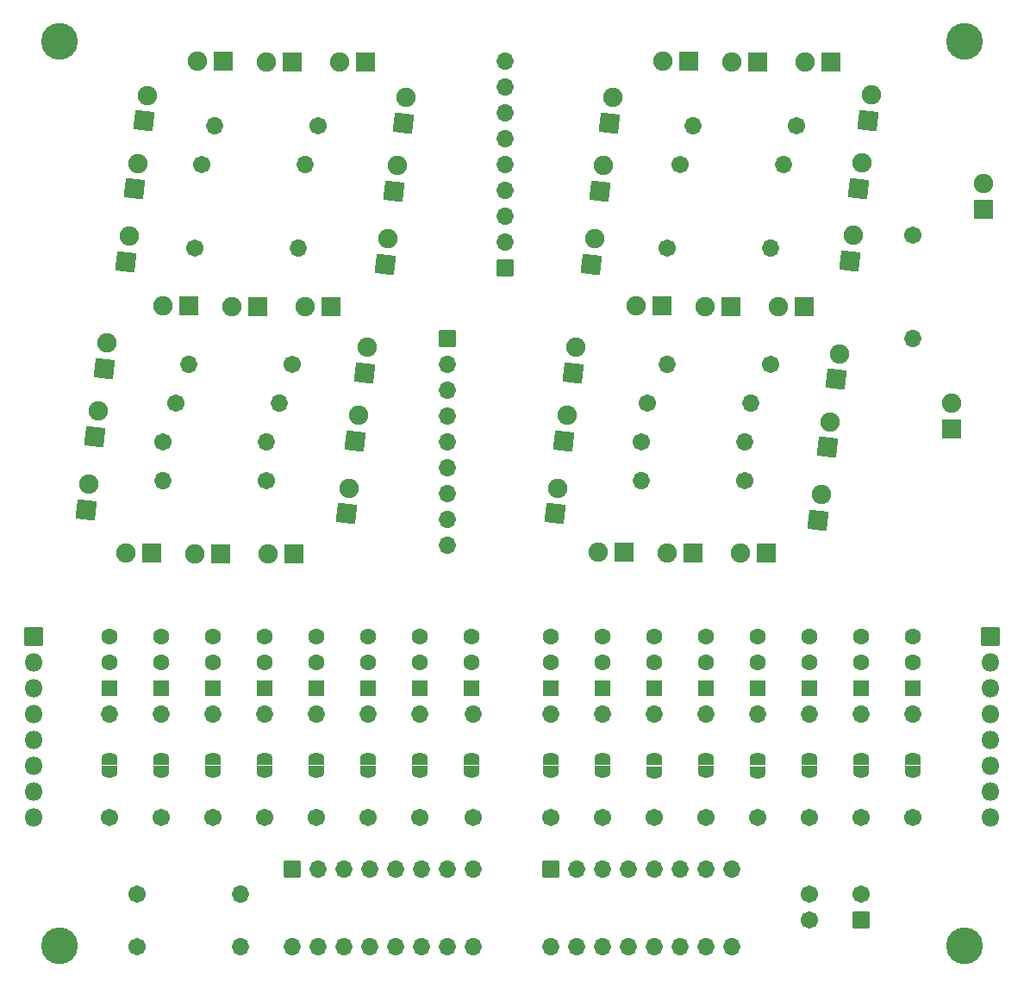
<source format=gts>
G04 #@! TF.GenerationSoftware,KiCad,Pcbnew,7.0.9*
G04 #@! TF.CreationDate,2024-02-26T12:30:47+11:00*
G04 #@! TF.ProjectId,7segment,37736567-6d65-46e7-942e-6b696361645f,rev?*
G04 #@! TF.SameCoordinates,PX292dfe0PY1d11680*
G04 #@! TF.FileFunction,Soldermask,Top*
G04 #@! TF.FilePolarity,Negative*
%FSLAX46Y46*%
G04 Gerber Fmt 4.6, Leading zero omitted, Abs format (unit mm)*
G04 Created by KiCad (PCBNEW 7.0.9) date 2024-02-26 12:30:47*
%MOMM*%
%LPD*%
G01*
G04 APERTURE LIST*
G04 Aperture macros list*
%AMRoundRect*
0 Rectangle with rounded corners*
0 $1 Rounding radius*
0 $2 $3 $4 $5 $6 $7 $8 $9 X,Y pos of 4 corners*
0 Add a 4 corners polygon primitive as box body*
4,1,4,$2,$3,$4,$5,$6,$7,$8,$9,$2,$3,0*
0 Add four circle primitives for the rounded corners*
1,1,$1+$1,$2,$3*
1,1,$1+$1,$4,$5*
1,1,$1+$1,$6,$7*
1,1,$1+$1,$8,$9*
0 Add four rect primitives between the rounded corners*
20,1,$1+$1,$2,$3,$4,$5,0*
20,1,$1+$1,$4,$5,$6,$7,0*
20,1,$1+$1,$6,$7,$8,$9,0*
20,1,$1+$1,$8,$9,$2,$3,0*%
%AMFreePoly0*
4,1,35,0.536062,0.786062,0.551000,0.750000,0.551000,-0.750000,0.536062,-0.786062,0.500000,-0.801000,0.000000,-0.801000,-0.012285,-0.795911,-0.071157,-0.795911,-0.085525,-0.793845,-0.222076,-0.753750,-0.235281,-0.747720,-0.355003,-0.670779,-0.365973,-0.661273,-0.459170,-0.553718,-0.467018,-0.541506,-0.526137,-0.412052,-0.530227,-0.398124,-0.550481,-0.257258,-0.551000,-0.250000,-0.551000,0.250000,
-0.550481,0.257258,-0.530227,0.398124,-0.526137,0.412052,-0.467018,0.541506,-0.459170,0.553718,-0.365973,0.661273,-0.355003,0.670779,-0.235281,0.747720,-0.222076,0.753750,-0.085525,0.793845,-0.071157,0.795911,-0.012285,0.795911,0.000000,0.801000,0.500000,0.801000,0.536062,0.786062,0.536062,0.786062,$1*%
%AMFreePoly1*
4,1,35,0.012285,0.795911,0.071157,0.795911,0.085525,0.793845,0.222076,0.753750,0.235281,0.747720,0.355003,0.670779,0.365973,0.661273,0.459170,0.553718,0.467018,0.541506,0.526137,0.412052,0.530227,0.398124,0.550481,0.257258,0.551000,0.250000,0.551000,-0.250000,0.550481,-0.257258,0.530227,-0.398124,0.526137,-0.412052,0.467018,-0.541506,0.459170,-0.553718,0.365973,-0.661273,
0.355003,-0.670779,0.235281,-0.747720,0.222076,-0.753750,0.085525,-0.793845,0.071157,-0.795911,0.012285,-0.795911,0.000000,-0.801000,-0.500000,-0.801000,-0.536062,-0.786062,-0.551000,-0.750000,-0.551000,0.750000,-0.536062,0.786062,-0.500000,0.801000,0.000000,0.801000,0.012285,0.795911,0.012285,0.795911,$1*%
G04 Aperture macros list end*
%ADD10C,3.602000*%
%ADD11FreePoly0,90.000000*%
%ADD12FreePoly1,90.000000*%
%ADD13RoundRect,0.051000X0.900000X0.900000X-0.900000X0.900000X-0.900000X-0.900000X0.900000X-0.900000X0*%
%ADD14C,1.902000*%
%ADD15RoundRect,0.051000X0.783609X-1.002974X1.002974X0.783609X-0.783609X1.002974X-1.002974X-0.783609X0*%
%ADD16RoundRect,0.051000X0.900000X-0.900000X0.900000X0.900000X-0.900000X0.900000X-0.900000X-0.900000X0*%
%ADD17C,1.702000*%
%ADD18O,1.702000X1.702000*%
%ADD19RoundRect,0.051000X0.750000X-0.750000X0.750000X0.750000X-0.750000X0.750000X-0.750000X-0.750000X0*%
%ADD20C,1.602000*%
%ADD21RoundRect,0.051000X-0.800000X0.800000X-0.800000X-0.800000X0.800000X-0.800000X0.800000X0.800000X0*%
%ADD22RoundRect,0.051000X0.800000X-0.800000X0.800000X0.800000X-0.800000X0.800000X-0.800000X-0.800000X0*%
%ADD23RoundRect,0.051000X0.850000X0.850000X-0.850000X0.850000X-0.850000X-0.850000X0.850000X-0.850000X0*%
%ADD24O,1.802000X1.802000*%
G04 APERTURE END LIST*
D10*
X0Y-88900000D03*
X0Y0D03*
X88900000Y-88900000D03*
X88900000Y0D03*
D11*
X15050000Y-71795000D03*
D12*
X15050000Y-70495000D03*
D11*
X25210000Y-71795000D03*
D12*
X25210000Y-70495000D03*
D11*
X78740000Y-71795000D03*
D12*
X78740000Y-70495000D03*
D11*
X35370000Y-71795000D03*
D12*
X35370000Y-70495000D03*
D13*
X30069002Y-2025000D03*
D14*
X13559002Y-1950000D03*
X27529002Y-2025000D03*
D13*
X22859998Y-2025000D03*
D14*
X20319998Y-2025000D03*
D13*
X16099002Y-1950000D03*
D15*
X2610375Y-45992085D03*
D14*
X4696879Y-29614289D03*
X2919923Y-43471018D03*
D15*
X3488932Y-38836816D03*
D14*
X3798480Y-36315749D03*
D15*
X4387331Y-32135356D03*
D11*
X58420000Y-71820000D03*
D12*
X58420000Y-70520000D03*
D13*
X75789002Y-2025000D03*
D14*
X59279002Y-1950000D03*
X73249002Y-2025000D03*
D13*
X68579998Y-2025000D03*
D14*
X66039998Y-2025000D03*
D13*
X61819002Y-1950000D03*
D11*
X20130000Y-71795000D03*
D12*
X20130000Y-70495000D03*
D16*
X90805000Y-16510000D03*
D14*
X90805000Y-13970000D03*
D16*
X87630000Y-38100000D03*
D14*
X87630000Y-35560000D03*
D13*
X23027002Y-50360000D03*
D14*
X6517002Y-50285000D03*
X20487002Y-50360000D03*
D13*
X15817998Y-50360000D03*
D14*
X13277998Y-50360000D03*
D13*
X9057002Y-50285000D03*
D11*
X83820000Y-71795000D03*
D12*
X83820000Y-70495000D03*
D15*
X28184175Y-46403085D03*
D14*
X30270679Y-30025289D03*
X28493723Y-43882018D03*
D15*
X29062732Y-39247816D03*
D14*
X29372280Y-36726749D03*
D15*
X29961131Y-32546356D03*
D11*
X4890000Y-71795000D03*
D12*
X4890000Y-70495000D03*
D11*
X40450000Y-71795000D03*
D12*
X40450000Y-70495000D03*
D11*
X68580000Y-71810000D03*
D12*
X68580000Y-70510000D03*
D15*
X31994175Y-21862085D03*
D14*
X34080679Y-5484289D03*
X32303723Y-19341018D03*
D15*
X32872732Y-14706816D03*
D14*
X33182280Y-12185749D03*
D15*
X33771131Y-8005356D03*
X77639175Y-21578185D03*
D14*
X79725679Y-5200389D03*
X77948723Y-19057118D03*
D15*
X78517732Y-14422916D03*
D14*
X78827280Y-11901849D03*
D15*
X79416131Y-7721456D03*
X52239175Y-21862085D03*
D14*
X54325679Y-5484289D03*
X52548723Y-19341018D03*
D15*
X53117732Y-14706816D03*
D14*
X53427280Y-12185749D03*
D15*
X54016131Y-8005356D03*
D13*
X73192002Y-26035000D03*
D14*
X56682002Y-25960000D03*
X70652002Y-26035000D03*
D13*
X65982998Y-26035000D03*
D14*
X63442998Y-26035000D03*
D13*
X59222002Y-25960000D03*
D15*
X6519175Y-21638085D03*
D14*
X8605679Y-5260289D03*
X6828723Y-19117018D03*
D15*
X7397732Y-14482816D03*
D14*
X7707280Y-11961749D03*
D15*
X8296131Y-7781356D03*
D13*
X69439002Y-50285000D03*
D14*
X52929002Y-50210000D03*
X66899002Y-50285000D03*
D13*
X62229998Y-50285000D03*
D14*
X59689998Y-50285000D03*
D13*
X55469002Y-50210000D03*
D11*
X48260000Y-71795000D03*
D12*
X48260000Y-70495000D03*
D11*
X63500000Y-71795000D03*
D12*
X63500000Y-70495000D03*
D11*
X53340000Y-71795000D03*
D12*
X53340000Y-70495000D03*
D15*
X74539175Y-47038085D03*
D14*
X76625679Y-30660289D03*
X74848723Y-44517018D03*
D15*
X75417732Y-39882816D03*
D14*
X75727280Y-37361749D03*
D15*
X76316131Y-33181356D03*
D11*
X30290000Y-71795000D03*
D12*
X30290000Y-70495000D03*
D13*
X26670002Y-26035000D03*
D14*
X10160002Y-25960000D03*
X24130002Y-26035000D03*
D13*
X19460998Y-26035000D03*
D14*
X16920998Y-26035000D03*
D13*
X12700002Y-25960000D03*
D15*
X48661875Y-46403085D03*
D14*
X50748379Y-30025289D03*
X48971423Y-43882018D03*
D15*
X49540432Y-39247816D03*
D14*
X49849980Y-36726749D03*
D15*
X50438831Y-32546356D03*
D11*
X9970000Y-71795000D03*
D12*
X9970000Y-70495000D03*
D11*
X73660000Y-71795000D03*
D12*
X73660000Y-70495000D03*
D17*
X48260000Y-76240000D03*
D18*
X48260000Y-66080000D03*
D17*
X67310000Y-43180000D03*
D18*
X57150000Y-43180000D03*
D19*
X48260000Y-63540000D03*
D20*
X48260000Y-61000000D03*
X48260000Y-58460000D03*
D17*
X68580000Y-76240000D03*
D18*
X68580000Y-66080000D03*
D19*
X25210000Y-63540000D03*
D20*
X25210000Y-61000000D03*
X25210000Y-58460000D03*
D19*
X83820000Y-63540000D03*
D20*
X83820000Y-61000000D03*
X83820000Y-58460000D03*
D17*
X83820000Y-76240000D03*
D18*
X83820000Y-66080000D03*
D19*
X40450000Y-63540000D03*
D20*
X40450000Y-61000000D03*
X40450000Y-58460000D03*
D17*
X25400000Y-8255000D03*
D18*
X15240000Y-8255000D03*
D19*
X68580000Y-63540000D03*
D20*
X68580000Y-61000000D03*
X68580000Y-58460000D03*
D19*
X35370000Y-63540000D03*
D20*
X35370000Y-61000000D03*
X35370000Y-58460000D03*
D17*
X57150000Y-39370000D03*
D18*
X67310000Y-39370000D03*
D17*
X63500000Y-76240000D03*
D18*
X63500000Y-66080000D03*
D17*
X25210000Y-76240000D03*
D18*
X25210000Y-66080000D03*
D17*
X7620000Y-83820000D03*
D18*
X17780000Y-83820000D03*
D17*
X13970000Y-12065000D03*
D18*
X24130000Y-12065000D03*
D17*
X22860000Y-31750000D03*
D18*
X12700000Y-31750000D03*
D21*
X22860000Y-81320000D03*
D18*
X25400000Y-81320000D03*
X27940000Y-81320000D03*
X30480000Y-81320000D03*
X33020000Y-81320000D03*
X35560000Y-81320000D03*
X38100000Y-81320000D03*
X40640000Y-81320000D03*
X40640000Y-88940000D03*
X38100000Y-88940000D03*
X35560000Y-88940000D03*
X33020000Y-88940000D03*
X30480000Y-88940000D03*
X27940000Y-88940000D03*
X25400000Y-88940000D03*
X22860000Y-88940000D03*
D17*
X73660000Y-86320000D03*
X73660000Y-83820000D03*
D19*
X73660000Y-63540000D03*
D20*
X73660000Y-61000000D03*
X73660000Y-58460000D03*
D19*
X78740000Y-63540000D03*
D20*
X78740000Y-61000000D03*
X78740000Y-58460000D03*
D17*
X9970000Y-76240000D03*
D18*
X9970000Y-66080000D03*
D19*
X58420000Y-63540000D03*
D20*
X58420000Y-61000000D03*
X58420000Y-58460000D03*
D17*
X60960000Y-12065000D03*
D18*
X71120000Y-12065000D03*
D19*
X53340000Y-63540000D03*
D20*
X53340000Y-61000000D03*
X53340000Y-58460000D03*
D17*
X58420000Y-76240000D03*
D18*
X58420000Y-66080000D03*
D17*
X78740000Y-76240000D03*
D18*
X78740000Y-66080000D03*
D17*
X11430000Y-35560000D03*
D18*
X21590000Y-35560000D03*
D17*
X83820000Y-19050000D03*
D18*
X83820000Y-29210000D03*
D19*
X9970000Y-63540000D03*
D20*
X9970000Y-61000000D03*
X9970000Y-58460000D03*
D17*
X7620000Y-88940000D03*
D18*
X17780000Y-88940000D03*
D19*
X4890000Y-63540000D03*
D20*
X4890000Y-61000000D03*
X4890000Y-58460000D03*
D17*
X69850000Y-31750000D03*
D18*
X59690000Y-31750000D03*
D22*
X78740000Y-86320000D03*
D17*
X78740000Y-83820000D03*
D21*
X38100000Y-29210000D03*
D18*
X38100000Y-31750000D03*
X38100000Y-34290000D03*
X38100000Y-36830000D03*
X38100000Y-39370000D03*
X38100000Y-41910000D03*
X38100000Y-44450000D03*
X38100000Y-46990000D03*
X38100000Y-49530000D03*
D17*
X73660000Y-76240000D03*
D18*
X73660000Y-66080000D03*
D17*
X15050000Y-76240000D03*
D18*
X15050000Y-66080000D03*
D23*
X91440000Y-58460000D03*
D24*
X91440000Y-61000000D03*
X91440000Y-63540000D03*
X91440000Y-66080000D03*
X91440000Y-68620000D03*
X91440000Y-71160000D03*
X91440000Y-73700000D03*
X91440000Y-76240000D03*
D19*
X30290000Y-63540000D03*
D20*
X30290000Y-61000000D03*
X30290000Y-58460000D03*
D17*
X4890000Y-76240000D03*
D18*
X4890000Y-66080000D03*
D17*
X10160000Y-39370000D03*
D18*
X20320000Y-39370000D03*
D21*
X48260000Y-81320000D03*
D18*
X50800000Y-81320000D03*
X53340000Y-81320000D03*
X55880000Y-81320000D03*
X58420000Y-81320000D03*
X60960000Y-81320000D03*
X63500000Y-81320000D03*
X66040000Y-81320000D03*
X66040000Y-88940000D03*
X63500000Y-88940000D03*
X60960000Y-88940000D03*
X58420000Y-88940000D03*
X55880000Y-88940000D03*
X53340000Y-88940000D03*
X50800000Y-88940000D03*
X48260000Y-88940000D03*
D17*
X72390000Y-8255000D03*
D18*
X62230000Y-8255000D03*
D17*
X20320000Y-43180000D03*
D18*
X10160000Y-43180000D03*
D19*
X15050000Y-63540000D03*
D20*
X15050000Y-61000000D03*
X15050000Y-58460000D03*
D17*
X40640000Y-76240000D03*
D18*
X40640000Y-66080000D03*
D19*
X20130000Y-63550000D03*
D20*
X20130000Y-61010000D03*
X20130000Y-58470000D03*
D17*
X13335000Y-20320000D03*
D18*
X23495000Y-20320000D03*
D17*
X20130000Y-76240000D03*
D18*
X20130000Y-66080000D03*
D17*
X53340000Y-76240000D03*
D18*
X53340000Y-66080000D03*
D23*
X-2540000Y-58460000D03*
D24*
X-2540000Y-61000000D03*
X-2540000Y-63540000D03*
X-2540000Y-66080000D03*
X-2540000Y-68620000D03*
X-2540000Y-71160000D03*
X-2540000Y-73700000D03*
X-2540000Y-76240000D03*
D17*
X35370000Y-76240000D03*
D18*
X35370000Y-66080000D03*
D17*
X59690000Y-20320000D03*
D18*
X69850000Y-20320000D03*
D17*
X57785000Y-35560000D03*
D18*
X67945000Y-35560000D03*
D19*
X63500000Y-63540000D03*
D20*
X63500000Y-61000000D03*
X63500000Y-58460000D03*
D17*
X30290000Y-76240000D03*
D18*
X30290000Y-66080000D03*
D22*
X43815000Y-22225000D03*
D18*
X43815000Y-19685000D03*
X43815000Y-17145000D03*
X43815000Y-14605000D03*
X43815000Y-12065000D03*
X43815000Y-9525000D03*
X43815000Y-6985000D03*
X43815000Y-4445000D03*
X43815000Y-1905000D03*
M02*

</source>
